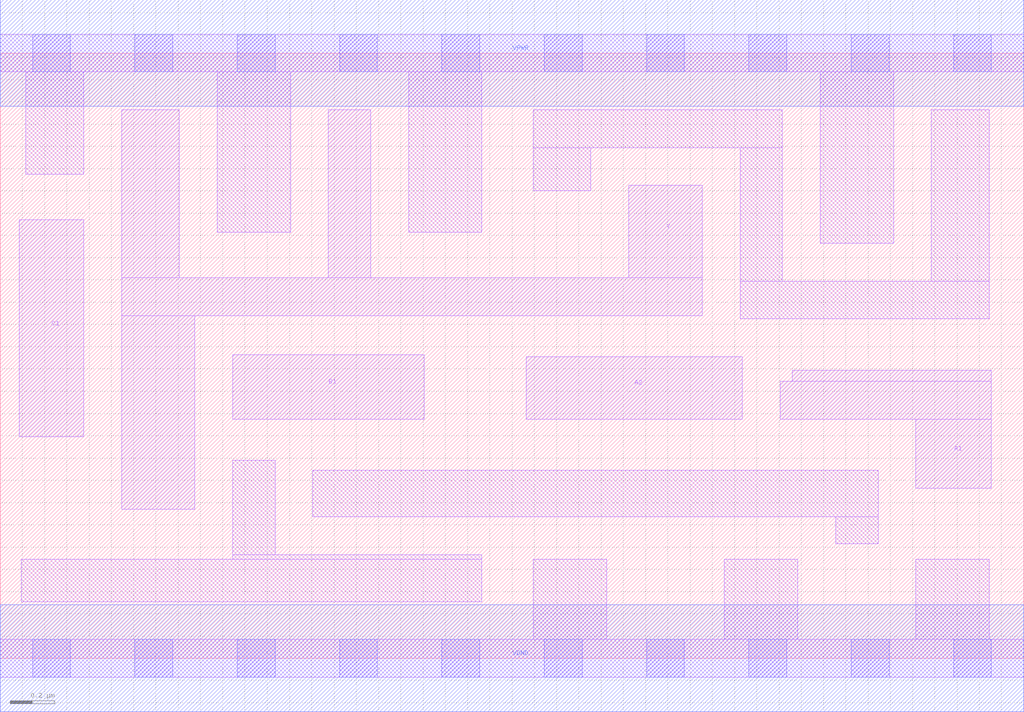
<source format=lef>
# Copyright 2020 The SkyWater PDK Authors
#
# Licensed under the Apache License, Version 2.0 (the "License");
# you may not use this file except in compliance with the License.
# You may obtain a copy of the License at
#
#     https://www.apache.org/licenses/LICENSE-2.0
#
# Unless required by applicable law or agreed to in writing, software
# distributed under the License is distributed on an "AS IS" BASIS,
# WITHOUT WARRANTIES OR CONDITIONS OF ANY KIND, either express or implied.
# See the License for the specific language governing permissions and
# limitations under the License.
#
# SPDX-License-Identifier: Apache-2.0

VERSION 5.7 ;
  NAMESCASESENSITIVE ON ;
  NOWIREEXTENSIONATPIN ON ;
  DIVIDERCHAR "/" ;
  BUSBITCHARS "[]" ;
UNITS
  DATABASE MICRONS 200 ;
END UNITS
MACRO sky130_fd_sc_hd__o211ai_2
  CLASS CORE ;
  SOURCE USER ;
  FOREIGN sky130_fd_sc_hd__o211ai_2 ;
  ORIGIN  0.000000  0.000000 ;
  SIZE  4.600000 BY  2.720000 ;
  SYMMETRY X Y R90 ;
  SITE unithd ;
  PIN A1
    ANTENNAGATEAREA  0.495000 ;
    DIRECTION INPUT ;
    USE SIGNAL ;
    PORT
      LAYER li1 ;
        RECT 3.505000 1.075000 4.455000 1.245000 ;
        RECT 3.560000 1.245000 4.455000 1.295000 ;
        RECT 4.115000 0.765000 4.455000 1.075000 ;
    END
  END A1
  PIN A2
    ANTENNAGATEAREA  0.495000 ;
    DIRECTION INPUT ;
    USE SIGNAL ;
    PORT
      LAYER li1 ;
        RECT 2.365000 1.075000 3.335000 1.355000 ;
    END
  END A2
  PIN B1
    ANTENNAGATEAREA  0.495000 ;
    DIRECTION INPUT ;
    USE SIGNAL ;
    PORT
      LAYER li1 ;
        RECT 1.045000 1.075000 1.905000 1.365000 ;
    END
  END B1
  PIN C1
    ANTENNAGATEAREA  0.495000 ;
    DIRECTION INPUT ;
    USE SIGNAL ;
    PORT
      LAYER li1 ;
        RECT 0.085000 0.995000 0.375000 1.970000 ;
    END
  END C1
  PIN Y
    ANTENNADIFFAREA  1.022000 ;
    DIRECTION OUTPUT ;
    USE SIGNAL ;
    PORT
      LAYER li1 ;
        RECT 0.545000 0.670000 0.875000 1.540000 ;
        RECT 0.545000 1.540000 3.155000 1.710000 ;
        RECT 0.545000 1.710000 0.805000 2.465000 ;
        RECT 1.475000 1.710000 1.665000 2.465000 ;
        RECT 2.825000 1.710000 3.155000 2.125000 ;
    END
  END Y
  PIN VGND
    DIRECTION INOUT ;
    SHAPE ABUTMENT ;
    USE GROUND ;
    PORT
      LAYER met1 ;
        RECT 0.000000 -0.240000 4.600000 0.240000 ;
    END
  END VGND
  PIN VPWR
    DIRECTION INOUT ;
    SHAPE ABUTMENT ;
    USE POWER ;
    PORT
      LAYER met1 ;
        RECT 0.000000 2.480000 4.600000 2.960000 ;
    END
  END VPWR
  OBS
    LAYER li1 ;
      RECT 0.000000 -0.085000 4.600000 0.085000 ;
      RECT 0.000000  2.635000 4.600000 2.805000 ;
      RECT 0.095000  0.255000 2.165000 0.445000 ;
      RECT 0.115000  2.175000 0.375000 2.635000 ;
      RECT 0.975000  1.915000 1.305000 2.635000 ;
      RECT 1.045000  0.445000 2.165000 0.465000 ;
      RECT 1.045000  0.465000 1.235000 0.890000 ;
      RECT 1.405000  0.635000 3.945000 0.845000 ;
      RECT 1.835000  1.915000 2.165000 2.635000 ;
      RECT 2.395000  0.085000 2.725000 0.445000 ;
      RECT 2.395000  2.100000 2.655000 2.295000 ;
      RECT 2.395000  2.295000 3.515000 2.465000 ;
      RECT 3.255000  0.085000 3.585000 0.445000 ;
      RECT 3.325000  1.525000 4.445000 1.695000 ;
      RECT 3.325000  1.695000 3.515000 2.295000 ;
      RECT 3.685000  1.865000 4.015000 2.635000 ;
      RECT 3.755000  0.515000 3.945000 0.635000 ;
      RECT 4.115000  0.085000 4.445000 0.445000 ;
      RECT 4.185000  1.695000 4.445000 2.465000 ;
    LAYER mcon ;
      RECT 0.145000 -0.085000 0.315000 0.085000 ;
      RECT 0.145000  2.635000 0.315000 2.805000 ;
      RECT 0.605000 -0.085000 0.775000 0.085000 ;
      RECT 0.605000  2.635000 0.775000 2.805000 ;
      RECT 1.065000 -0.085000 1.235000 0.085000 ;
      RECT 1.065000  2.635000 1.235000 2.805000 ;
      RECT 1.525000 -0.085000 1.695000 0.085000 ;
      RECT 1.525000  2.635000 1.695000 2.805000 ;
      RECT 1.985000 -0.085000 2.155000 0.085000 ;
      RECT 1.985000  2.635000 2.155000 2.805000 ;
      RECT 2.445000 -0.085000 2.615000 0.085000 ;
      RECT 2.445000  2.635000 2.615000 2.805000 ;
      RECT 2.905000 -0.085000 3.075000 0.085000 ;
      RECT 2.905000  2.635000 3.075000 2.805000 ;
      RECT 3.365000 -0.085000 3.535000 0.085000 ;
      RECT 3.365000  2.635000 3.535000 2.805000 ;
      RECT 3.825000 -0.085000 3.995000 0.085000 ;
      RECT 3.825000  2.635000 3.995000 2.805000 ;
      RECT 4.285000 -0.085000 4.455000 0.085000 ;
      RECT 4.285000  2.635000 4.455000 2.805000 ;
  END
END sky130_fd_sc_hd__o211ai_2
END LIBRARY

</source>
